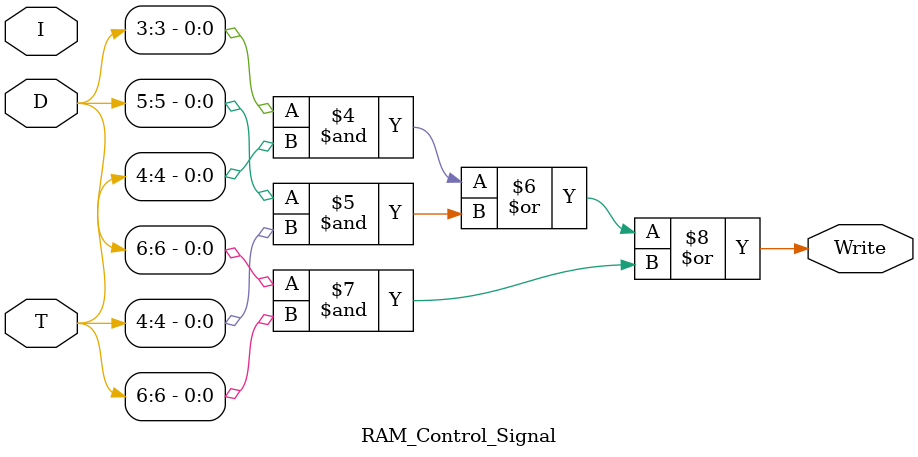
<source format=v>
module RAM_Control_Signal(

	input  I,
	input [7:0] T, D,
	output wire Write
  //  , Read from Common BUS
);
	wire Dn7,A;
	assign Dn7 = ~D[7];
	assign A = D[2] | D[1] | D[0];

//    always @(*) begin
// 	 Write =/* (T[1]) |*/ (D[3] & T[4]) |(D[5] & T[4]) | (D[6] & T[6]);   // remove interrupt
//    end


    assign Write = /* (T[1]) | */ (D[3] & T[4]) | (D[5] & T[4]) | (D[6] & T[6]);   // remove interrupt
	// assign Read = (T[1]) | (Dn7 & I & T[3]) | (D[6] & T[4]) | (A & T[4]); from CommonBus

endmodule
</source>
